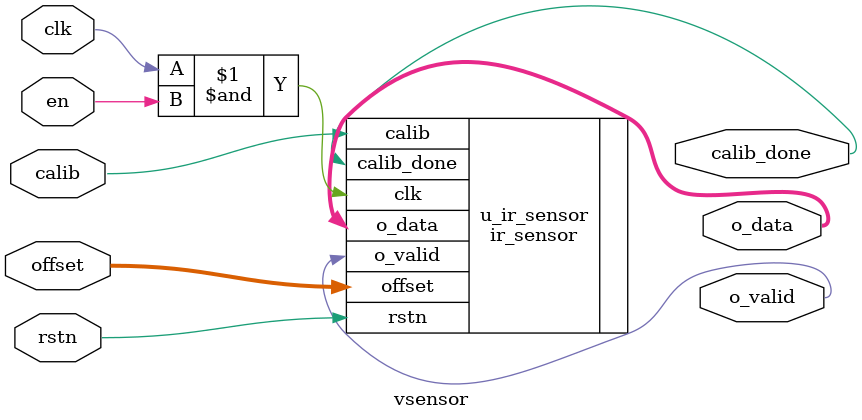
<source format=sv>
`include "DEFINE.svh"
module vsensor (
    input          clk,
    input          en,
    input          rstn,
    input          calib,
    input   [ 9:0] offset,
    output         o_valid,
    output         calib_done,
    output  [ 9:0] o_data
);
    `ifdef BEHAVIOR
        assign o_data = 10'd1023;
        assign o_valid = 1;
        assign calib_done = 0;
    `else
        ir_sensor u_ir_sensor (
            .clk        (clk & en),
            .rstn       (rstn),
            .calib      (calib),
            .offset     (offset),
            .o_valid    (o_valid),
            .calib_done (calib_done),
            .o_data     (o_data)
        );
    `endif
endmodule
</source>
